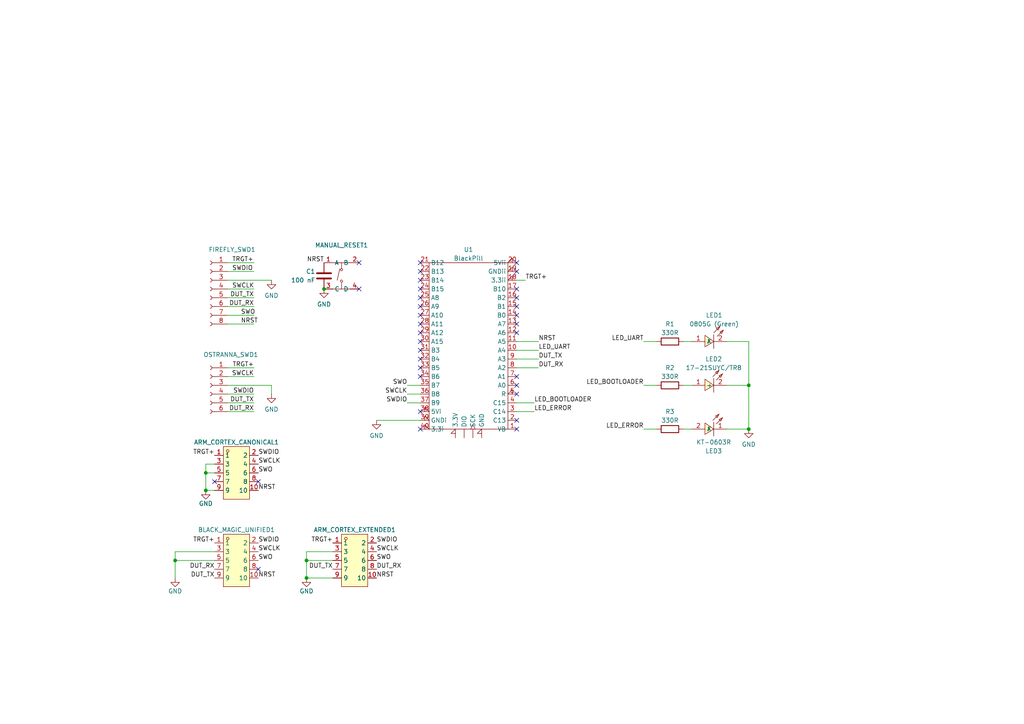
<source format=kicad_sch>
(kicad_sch (version 20230121) (generator eeschema)
  (paper "A4")
  (lib_symbols
    (symbol "Connector:Conn_01x06_Socket" (pin_names (offset 1.016) hide)
      (property "Reference" "J" (at 0 7.62 0))
      (property "Value" "Conn_01x06_Socket" (at 0 -10.16 0))
      (symbol "Conn_01x06_Socket_1_1"
        (arc (start 0 -7.112) (mid -0.5058 -7.62) (end 0 -8.128) (stroke (width 0.1524)))
        (arc (start 0 -4.572) (mid -0.5058 -5.08) (end 0 -5.588) (stroke (width 0.1524)))
        (arc (start 0 -2.032) (mid -0.5058 -2.54) (end 0 -3.048) (stroke (width 0.1524)))
        (polyline (pts (xy -1.27 -7.62) (xy -0.508 -7.62)) (stroke (width 0.1524)))
        (polyline (pts (xy -1.27 -5.08) (xy -0.508 -5.08)) (stroke (width 0.1524)))
        (polyline (pts (xy -1.27 -2.54) (xy -0.508 -2.54)) (stroke (width 0.1524)))
        (polyline (pts (xy -1.27 0) (xy -0.508 0)) (stroke (width 0.1524)))
        (polyline (pts (xy -1.27 2.54) (xy -0.508 2.54)) (stroke (width 0.1524)))
        (polyline (pts (xy -1.27 5.08) (xy -0.508 5.08)) (stroke (width 0.1524)))
        (arc (start 0 0.508) (mid -0.5058 0) (end 0 -0.508) (stroke (width 0.1524)))
        (arc (start 0 3.048) (mid -0.5058 2.54) (end 0 2.032) (stroke (width 0.1524)))
        (arc (start 0 5.588) (mid -0.5058 5.08) (end 0 4.572) (stroke (width 0.1524)))
        (pin passive line (at -5.08 5.08 0) (length 3.81) (name "Pin_1") (number "1"))
        (pin passive line (at -5.08 2.54 0) (length 3.81) (name "Pin_2") (number "2"))
        (pin passive line (at -5.08 0 0) (length 3.81) (name "Pin_3") (number "3"))
        (pin passive line (at -5.08 -2.54 0) (length 3.81) (name "Pin_4") (number "4"))
        (pin passive line (at -5.08 -5.08 0) (length 3.81) (name "Pin_5") (number "5"))
        (pin passive line (at -5.08 -7.62 0) (length 3.81) (name "Pin_6") (number "6"))
      )
    )
    (symbol "Connector:Conn_01x08_Female" (pin_names (offset 1.016) hide)
      (property "Reference" "J" (at 0 10.16 0))
      (property "Value" "Conn_01x08_Female" (at 0 -12.7 0))
      (symbol "Conn_01x08_Female_1_1"
        (arc (start 0 -9.652) (mid -0.5058 -10.16) (end 0 -10.668) (stroke (width 0.1524)))
        (arc (start 0 -7.112) (mid -0.5058 -7.62) (end 0 -8.128) (stroke (width 0.1524)))
        (arc (start 0 -4.572) (mid -0.5058 -5.08) (end 0 -5.588) (stroke (width 0.1524)))
        (arc (start 0 -2.032) (mid -0.5058 -2.54) (end 0 -3.048) (stroke (width 0.1524)))
        (polyline (pts (xy -1.27 -10.16) (xy -0.508 -10.16)) (stroke (width 0.1524)))
        (polyline (pts (xy -1.27 -7.62) (xy -0.508 -7.62)) (stroke (width 0.1524)))
        (polyline (pts (xy -1.27 -5.08) (xy -0.508 -5.08)) (stroke (width 0.1524)))
        (polyline (pts (xy -1.27 -2.54) (xy -0.508 -2.54)) (stroke (width 0.1524)))
        (polyline (pts (xy -1.27 0) (xy -0.508 0)) (stroke (width 0.1524)))
        (polyline (pts (xy -1.27 2.54) (xy -0.508 2.54)) (stroke (width 0.1524)))
        (polyline (pts (xy -1.27 5.08) (xy -0.508 5.08)) (stroke (width 0.1524)))
        (polyline (pts (xy -1.27 7.62) (xy -0.508 7.62)) (stroke (width 0.1524)))
        (arc (start 0 0.508) (mid -0.5058 0) (end 0 -0.508) (stroke (width 0.1524)))
        (arc (start 0 3.048) (mid -0.5058 2.54) (end 0 2.032) (stroke (width 0.1524)))
        (arc (start 0 5.588) (mid -0.5058 5.08) (end 0 4.572) (stroke (width 0.1524)))
        (arc (start 0 8.128) (mid -0.5058 7.62) (end 0 7.112) (stroke (width 0.1524)))
        (pin passive line (at -5.08 7.62 0) (length 3.81) (name "Pin_1") (number "1"))
        (pin passive line (at -5.08 5.08 0) (length 3.81) (name "Pin_2") (number "2"))
        (pin passive line (at -5.08 2.54 0) (length 3.81) (name "Pin_3") (number "3"))
        (pin passive line (at -5.08 0 0) (length 3.81) (name "Pin_4") (number "4"))
        (pin passive line (at -5.08 -2.54 0) (length 3.81) (name "Pin_5") (number "5"))
        (pin passive line (at -5.08 -5.08 0) (length 3.81) (name "Pin_6") (number "6"))
        (pin passive line (at -5.08 -7.62 0) (length 3.81) (name "Pin_7") (number "7"))
        (pin passive line (at -5.08 -10.16 0) (length 3.81) (name "Pin_8") (number "8"))
      )
    )
    (symbol "Ostranna:100 nF" (pin_numbers hide) (pin_names (offset 0.254))
      (property "Reference" "C" (at 0.635 2.54 0))
      (property "Value" "100 nF" (at 0.635 -2.54 0))
      (symbol "100 nF_0_1"
        (polyline (pts (xy -2.032 -0.762) (xy 2.032 -0.762)) (stroke (width 0.508)))
        (polyline (pts (xy -2.032 0.762) (xy 2.032 0.762)) (stroke (width 0.508)))
      )
      (symbol "100 nF_1_1"
        (pin passive line (at 0 3.81 270) (length 2.794) (name "~") (number "1"))
        (pin passive line (at 0 -3.81 90) (length 2.794) (name "~") (number "2"))
      )
    )
    (symbol "Ostranna:100R Resistor" (pin_numbers hide) (pin_names (offset 0))
      (property "Reference" "R" (at 2.032 0 90))
      (property "Value" "100R Resistor" (at 0 0 90))
      (symbol "100R Resistor_0_1"
        (rectangle (start -1.016 -2.54) (end 1.016 2.54) (stroke (width 0.254)))
      )
      (symbol "100R Resistor_1_1"
        (pin passive line (at 0 3.81 270) (length 1.27) (name "~") (number "1"))
        (pin passive line (at 0 -3.81 90) (length 1.27) (name "~") (number "2"))
      )
    )
    (symbol "Ostranna:BlackPill"
      (property "Reference" "U" (at 0 0 0))
      (property "Value" "BlackPill" (at 0 2.54 0))
      (symbol "BlackPill_0_1"
        (rectangle (start -11.43 24.13) (end 11.43 -24.13))
      )
      (symbol "BlackPill_1_1"
        (pin power_in input_low (at -3.81 -26.67 90) (length 2.54) (name "3.3V") (number ""))
        (pin bidirectional line (at -1.27 -26.67 90) (length 2.54) (name "DIO") (number ""))
        (pin power_in input_low (at 3.81 -26.67 90) (length 2.54) (name "GND") (number ""))
        (pin bidirectional clock (at 1.27 -26.67 90) (length 2.54) (name "SCK") (number ""))
        (pin bidirectional line (at 13.97 -24.13 180) (length 2.54) (name "VB") (number "1"))
        (pin bidirectional line (at 13.97 -1.27 180) (length 2.54) (name "A4") (number "10"))
        (pin bidirectional line (at 13.97 1.27 180) (length 2.54) (name "A5") (number "11"))
        (pin bidirectional line (at 13.97 3.81 180) (length 2.54) (name "A6") (number "12"))
        (pin bidirectional line (at 13.97 6.35 180) (length 2.54) (name "A7") (number "13"))
        (pin bidirectional line (at 13.97 8.89 180) (length 2.54) (name "B0") (number "14"))
        (pin bidirectional line (at 13.97 11.43 180) (length 2.54) (name "B1") (number "15"))
        (pin bidirectional line (at 13.97 13.97 180) (length 2.54) (name "B2") (number "16"))
        (pin bidirectional line (at 13.97 16.51 180) (length 2.54) (name "B10") (number "17"))
        (pin power_in input_low (at 13.97 19.05 180) (length 2.54) (name "3.3ii") (number "18"))
        (pin power_in input_low (at 13.97 21.59 180) (length 2.54) (name "GNDii") (number "19"))
        (pin bidirectional line (at 13.97 -21.59 180) (length 2.54) (name "C13") (number "2"))
        (pin power_in input_low (at 13.97 24.13 180) (length 2.54) (name "5Vii") (number "20"))
        (pin bidirectional line (at -13.97 24.13 0) (length 2.54) (name "B12") (number "21"))
        (pin bidirectional line (at -13.97 21.59 0) (length 2.54) (name "B13") (number "22"))
        (pin bidirectional line (at -13.97 19.05 0) (length 2.54) (name "B14") (number "23"))
        (pin bidirectional line (at -13.97 16.51 0) (length 2.54) (name "B15") (number "24"))
        (pin bidirectional line (at -13.97 13.97 0) (length 2.54) (name "A8") (number "25"))
        (pin bidirectional line (at -13.97 11.43 0) (length 2.54) (name "A9") (number "26"))
        (pin bidirectional line (at -13.97 8.89 0) (length 2.54) (name "A10") (number "27"))
        (pin bidirectional line (at -13.97 6.35 0) (length 2.54) (name "A11") (number "28"))
        (pin bidirectional line (at -13.97 3.81 0) (length 2.54) (name "A12") (number "29"))
        (pin bidirectional line (at 13.97 -19.05 180) (length 2.54) (name "C14") (number "3"))
        (pin bidirectional line (at -13.97 1.27 0) (length 2.54) (name "A15") (number "30"))
        (pin bidirectional line (at -13.97 -1.27 0) (length 2.54) (name "B3") (number "31"))
        (pin bidirectional line (at -13.97 -3.81 0) (length 2.54) (name "B4") (number "32"))
        (pin bidirectional line (at -13.97 -6.35 0) (length 2.54) (name "B5") (number "33"))
        (pin bidirectional line (at -13.97 -8.89 0) (length 2.54) (name "B6") (number "34"))
        (pin bidirectional line (at -13.97 -11.43 0) (length 2.54) (name "B7") (number "35"))
        (pin bidirectional line (at -13.97 -13.97 0) (length 2.54) (name "B8") (number "36"))
        (pin bidirectional line (at -13.97 -16.51 0) (length 2.54) (name "B9") (number "37"))
        (pin power_in input_low (at -13.97 -19.05 0) (length 2.54) (name "5Vi") (number "38"))
        (pin power_in input_low (at -13.97 -21.59 0) (length 2.54) (name "GNDi") (number "39"))
        (pin bidirectional line (at 13.97 -16.51 180) (length 2.54) (name "C15") (number "4"))
        (pin power_in input_low (at -13.97 -24.13 0) (length 2.54) (name "3.3i") (number "40"))
        (pin input input_low (at 13.97 -13.97 180) (length 2.54) (name "R") (number "5"))
        (pin bidirectional line (at 13.97 -11.43 180) (length 2.54) (name "A0") (number "6"))
        (pin bidirectional line (at 13.97 -8.89 180) (length 2.54) (name "A1") (number "7"))
        (pin bidirectional line (at 13.97 -6.35 180) (length 2.54) (name "A2") (number "8"))
        (pin bidirectional line (at 13.97 -3.81 180) (length 2.54) (name "A3") (number "9"))
      )
    )
    (symbol "easyeda2kicad:0805G(Green)"
      (property "Reference" "LED" (at 0 5.08 0))
      (property "Value" "0805G (Green)" (at 0 -5.08 0))
      (symbol "0805G(Green)_0_1"
        (polyline (pts (xy -2.29 1.52) (xy -4.06 3.3)))
        (polyline (pts (xy -1.27 2.03) (xy -1.27 -2.03)))
        (polyline (pts (xy -1.27 2.54) (xy -3.05 4.32)))
        (polyline (pts (xy -4.06 3.3) (xy -3.05 2.79) (xy -3.56 2.29) (xy -4.06 3.3)) (fill (type background)))
        (polyline (pts (xy -3.05 4.32) (xy -2.03 3.81) (xy -2.54 3.3) (xy -3.05 4.32)) (fill (type background)))
        (polyline (pts (xy 1.27 -1.52) (xy -1.27 0) (xy 1.27 1.78) (xy 1.27 -1.52)) (fill (type background)))
        (pin unspecified line (at 5.08 0 180) (length 3.81) (name "A") (number "1"))
        (pin unspecified line (at -5.08 0 0) (length 3.81) (name "K") (number "2"))
      )
    )
    (symbol "easyeda2kicad:17-21SUYC_TR8"
      (property "Reference" "LED" (at 0 5.08 0))
      (property "Value" "17-21SUYC/TR8" (at 0 -5.08 0))
      (symbol "17-21SUYC_TR8_0_1"
        (polyline (pts (xy -2.03 1.52) (xy -3.81 3.3)))
        (polyline (pts (xy -1.27 2.03) (xy -1.27 -2.03)))
        (polyline (pts (xy -1.02 2.54) (xy -2.79 4.32)))
        (polyline (pts (xy -3.81 3.3) (xy -2.79 2.79) (xy -3.3 2.29) (xy -3.81 3.3)) (fill (type background)))
        (polyline (pts (xy -2.79 4.32) (xy -1.78 3.81) (xy -2.29 3.3) (xy -2.79 4.32)) (fill (type background)))
        (polyline (pts (xy 1.27 -1.52) (xy -1.27 0) (xy 1.27 1.78) (xy 1.27 -1.52)) (fill (type background)))
        (pin unspecified line (at 5.08 0 180) (length 3.81) (name "+") (number "1"))
        (pin unspecified line (at -5.08 0 0) (length 3.81) (name "-") (number "2"))
      )
    )
    (symbol "easyeda2kicad:KH-1.27PH180-2X5P-L7.2-SMT"
      (property "Reference" "H" (at 0 10.16 0))
      (property "Value" "KH-1.27PH180-2X5P-L7.2-SMT" (at 0 -10.16 0))
      (symbol "KH-1.27PH180-2X5P-L7.2-SMT_0_1"
        (rectangle (start -3.81 7.62) (end 3.81 -7.62) (fill (type background)))
        (circle (center -2.54 6.35) (radius 0.38))
        (pin unspecified line (at -6.35 5.08 0) (length 2.54) (name "1") (number "1"))
        (pin unspecified line (at 6.35 -5.08 180) (length 2.54) (name "10") (number "10"))
        (pin unspecified line (at 6.35 5.08 180) (length 2.54) (name "2") (number "2"))
        (pin unspecified line (at -6.35 2.54 0) (length 2.54) (name "3") (number "3"))
        (pin unspecified line (at 6.35 2.54 180) (length 2.54) (name "4") (number "4"))
        (pin unspecified line (at -6.35 0 0) (length 2.54) (name "5") (number "5"))
        (pin unspecified line (at 6.35 0 180) (length 2.54) (name "6") (number "6"))
        (pin unspecified line (at -6.35 -2.54 0) (length 2.54) (name "7") (number "7"))
        (pin unspecified line (at 6.35 -2.54 180) (length 2.54) (name "8") (number "8"))
        (pin unspecified line (at -6.35 -5.08 0) (length 2.54) (name "9") (number "9"))
      )
    )
    (symbol "easyeda2kicad:KT-0603R"
      (property "Reference" "LED" (at 0 5.08 0))
      (property "Value" "KT-0603R" (at 0 -5.08 0))
      (symbol "KT-0603R_0_1"
        (polyline (pts (xy -2.03 1.52) (xy -3.81 3.3)))
        (polyline (pts (xy -1.27 2.03) (xy -1.27 -2.03)))
        (polyline (pts (xy -1.02 2.54) (xy -2.79 4.32)))
        (polyline (pts (xy -3.81 3.3) (xy -2.79 2.79) (xy -3.3 2.29) (xy -3.81 3.3)) (fill (type background)))
        (polyline (pts (xy -2.79 4.32) (xy -1.78 3.81) (xy -2.29 3.3) (xy -2.79 4.32)) (fill (type background)))
        (polyline (pts (xy 1.27 -1.52) (xy -1.27 0) (xy 1.27 1.78) (xy 1.27 -1.52)) (fill (type background)))
        (pin unspecified line (at -5.08 0 0) (length 3.81) (name "K") (number "1"))
        (pin unspecified line (at 5.08 0 180) (length 3.81) (name "A") (number "2"))
      )
    )
    (symbol "easyeda2kicad:TS-1187A-B-A-B"
      (property "Reference" "SW" (at 0 7.62 0))
      (property "Value" "TS-1187A-B-A-B" (at 0 -10.16 0))
      (symbol "TS-1187A-B-A-B_0_1"
        (circle (center 0 -2.79) (radius 0.32))
        (polyline (pts (xy -2.54 -5.08) (xy 2.54 -5.08)))
        (polyline (pts (xy -2.54 2.54) (xy 2.54 2.54)))
        (polyline (pts (xy -0.51 0.76) (xy -1.27 -2.54)))
        (polyline (pts (xy 0 -3.3) (xy 0 -5.08)))
        (polyline (pts (xy 0 0.76) (xy 0 2.54)))
        (circle (center 0 0.51) (radius 0.32))
        (pin unspecified line (at -5.08 2.54 0) (length 2.54) (name "A") (number "1"))
        (pin unspecified line (at 5.08 2.54 180) (length 2.54) (name "B") (number "2"))
        (pin unspecified line (at -5.08 -5.08 0) (length 2.54) (name "C") (number "3"))
        (pin unspecified line (at 5.08 -5.08 180) (length 2.54) (name "D") (number "4"))
      )
    )
    (symbol "power:GND" (power) (pin_names (offset 0))
      (property "Value" "GND" (at 0 -3.81 0))
      (symbol "GND_0_1"
        (polyline (pts (xy 0 0) (xy 0 -1.27) (xy 1.27 -1.27) (xy 0 -2.54) (xy -1.27 -1.27) (xy 0 -1.27)))
      )
      (symbol "GND_1_1"
        (pin power_in line (at 0 0 270) (length 0) hide (name "GND") (number "1"))
      )
    )
  )
  (junction (at 59.69 142.24))
  (junction (at 50.8 162.56))
  (junction (at 217.17 124.46))
  (junction (at 88.9 162.56))
  (junction (at 88.9 167.64))
  (junction (at 59.69 137.16))
  (junction (at 217.17 111.76))
  (junction (at 93.98 83.82))
  (no_connect (at 149.86 109.22))
  (no_connect (at 121.92 93.98))
  (no_connect (at 149.86 121.92))
  (no_connect (at 121.92 99.06))
  (no_connect (at 149.86 86.36))
  (no_connect (at 121.92 101.6))
  (no_connect (at 149.86 83.82))
  (no_connect (at 121.92 124.46))
  (no_connect (at 121.92 119.38))
  (no_connect (at 121.92 83.82))
  (no_connect (at 104.14 76.2))
  (no_connect (at 62.23 139.7))
  (no_connect (at 149.86 96.52))
  (no_connect (at 121.92 81.28))
  (no_connect (at 121.92 91.44))
  (no_connect (at 74.93 139.7))
  (no_connect (at 104.14 83.82))
  (no_connect (at 121.92 78.74))
  (no_connect (at 149.86 114.3))
  (no_connect (at 149.86 111.76))
  (no_connect (at 149.86 91.44))
  (no_connect (at 121.92 109.22))
  (no_connect (at 149.86 78.74))
  (no_connect (at 149.86 93.98))
  (no_connect (at 121.92 86.36))
  (no_connect (at 121.92 76.2))
  (no_connect (at 149.86 76.2))
  (no_connect (at 121.92 88.9))
  (no_connect (at 121.92 104.14))
  (no_connect (at 149.86 124.46))
  (no_connect (at 121.92 106.68))
  (no_connect (at 149.86 88.9))
  (no_connect (at 74.93 165.1))
  (no_connect (at 121.92 96.52))
  (wire (pts (xy 66.04 76.2) (xy 73.66 76.2)))
  (wire (pts (xy 210.82 99.06) (xy 217.17 99.06)))
  (wire (pts (xy 62.23 134.62) (xy 59.69 134.62)))
  (wire (pts (xy 66.04 93.98) (xy 73.66 93.98)))
  (wire (pts (xy 118.11 114.3) (xy 121.92 114.3)))
  (wire (pts (xy 66.04 83.82) (xy 73.66 83.82)))
  (wire (pts (xy 149.86 99.06) (xy 156.21 99.06)))
  (wire (pts (xy 66.04 86.36) (xy 73.66 86.36)))
  (wire (pts (xy 96.52 160.02) (xy 88.9 160.02)))
  (wire (pts (xy 217.17 124.46) (xy 210.82 124.46)))
  (wire (pts (xy 149.86 101.6) (xy 156.21 101.6)))
  (wire (pts (xy 149.86 104.14) (xy 156.21 104.14)))
  (wire (pts (xy 190.5 99.06) (xy 186.69 99.06)))
  (wire (pts (xy 66.04 91.44) (xy 73.66 91.44)))
  (wire (pts (xy 152.4 81.28) (xy 149.86 81.28)))
  (wire (pts (xy 198.12 111.76) (xy 200.66 111.76)))
  (wire (pts (xy 217.17 111.76) (xy 217.17 124.46)))
  (wire (pts (xy 149.86 106.68) (xy 156.21 106.68)))
  (wire (pts (xy 66.04 109.22) (xy 73.66 109.22)))
  (wire (pts (xy 149.86 116.84) (xy 154.94 116.84)))
  (wire (pts (xy 62.23 160.02) (xy 50.8 160.02)))
  (wire (pts (xy 149.86 119.38) (xy 154.94 119.38)))
  (wire (pts (xy 50.8 162.56) (xy 62.23 162.56)))
  (wire (pts (xy 88.9 160.02) (xy 88.9 162.56)))
  (wire (pts (xy 59.69 134.62) (xy 59.69 137.16)))
  (wire (pts (xy 198.12 99.06) (xy 200.66 99.06)))
  (wire (pts (xy 190.5 124.46) (xy 186.69 124.46)))
  (wire (pts (xy 118.11 111.76) (xy 121.92 111.76)))
  (wire (pts (xy 50.8 167.64) (xy 50.8 162.56)))
  (wire (pts (xy 96.52 167.64) (xy 88.9 167.64)))
  (wire (pts (xy 66.04 81.28) (xy 78.74 81.28)))
  (wire (pts (xy 66.04 119.38) (xy 73.66 119.38)))
  (wire (pts (xy 210.82 111.76) (xy 217.17 111.76)))
  (wire (pts (xy 118.11 116.84) (xy 121.92 116.84)))
  (wire (pts (xy 59.69 137.16) (xy 62.23 137.16)))
  (wire (pts (xy 198.12 124.46) (xy 200.66 124.46)))
  (wire (pts (xy 59.69 142.24) (xy 59.69 137.16)))
  (wire (pts (xy 109.22 121.92) (xy 121.92 121.92)))
  (wire (pts (xy 62.23 142.24) (xy 59.69 142.24)))
  (wire (pts (xy 66.04 114.3) (xy 73.66 114.3)))
  (wire (pts (xy 88.9 167.64) (xy 88.9 162.56)))
  (wire (pts (xy 66.04 78.74) (xy 73.66 78.74)))
  (wire (pts (xy 66.04 88.9) (xy 73.66 88.9)))
  (wire (pts (xy 66.04 116.84) (xy 73.66 116.84)))
  (wire (pts (xy 190.5 111.76) (xy 186.69 111.76)))
  (wire (pts (xy 66.04 106.68) (xy 73.66 106.68)))
  (wire (pts (xy 88.9 162.56) (xy 96.52 162.56)))
  (wire (pts (xy 217.17 99.06) (xy 217.17 111.76)))
  (wire (pts (xy 78.74 111.76) (xy 78.74 114.3)))
  (wire (pts (xy 66.04 111.76) (xy 78.74 111.76)))
  (wire (pts (xy 50.8 160.02) (xy 50.8 162.56)))
  (label "SWCLK" (at 74.93 160.02 0))
  (label "NRST" (at 109.22 167.64 0))
  (label "DUT_RX" (at 109.22 165.1 0))
  (label "SWDIO" (at 67.31 78.74 0))
  (label "SWCLK" (at 67.31 83.82 0))
  (label "DUT_TX" (at 62.23 167.64 180))
  (label "TRGT+" (at 73.66 106.68 180))
  (label "SWDIO" (at 73.66 114.3 180))
  (label "SWDIO" (at 109.22 157.48 0))
  (label "NRST" (at 69.85 93.98 0))
  (label "TRGT+" (at 62.23 132.08 180))
  (label "SWO" (at 69.85 91.44 0))
  (label "NRST" (at 93.98 76.2 180))
  (label "SWO" (at 74.93 162.56 0))
  (label "DUT_RX" (at 62.23 165.1 180))
  (label "DUT_RX" (at 73.66 119.38 180))
  (label "TRGT+" (at 152.4 81.28 0))
  (label "LED_UART" (at 156.21 101.6 0))
  (label "LED_ERROR" (at 186.69 124.46 180))
  (label "TRGT+" (at 67.31 76.2 0))
  (label "DUT_RX" (at 73.66 88.9 180))
  (label "SWCLK" (at 74.93 134.62 0))
  (label "SWCLK" (at 109.22 160.02 0))
  (label "LED_ERROR" (at 154.94 119.38 0))
  (label "TRGT+" (at 96.52 157.48 180))
  (label "NRST" (at 156.21 99.06 0))
  (label "TRGT+" (at 62.23 157.48 180))
  (label "LED_UART" (at 186.69 99.06 180))
  (label "DUT_TX" (at 96.52 165.1 180))
  (label "SWDIO" (at 74.93 157.48 0))
  (label "DUT_TX" (at 156.21 104.14 0))
  (label "LED_BOOTLOADER" (at 154.94 116.84 0))
  (label "NRST" (at 74.93 142.24 0))
  (label "LED_BOOTLOADER" (at 186.69 111.76 180))
  (label "SWO" (at 109.22 162.56 0))
  (label "NRST" (at 74.93 167.64 0))
  (label "SWO" (at 74.93 137.16 0))
  (label "DUT_TX" (at 73.66 116.84 180))
  (label "SWDIO" (at 118.11 116.84 180))
  (label "SWDIO" (at 74.93 132.08 0))
  (label "DUT_TX" (at 73.66 86.36 180))
  (label "SWCLK" (at 118.11 114.3 180))
  (label "DUT_RX" (at 156.21 106.68 0))
  (label "SWO" (at 118.11 111.76 180))
  (label "SWCLK" (at 73.66 109.22 180))
  (symbol (lib_id "easyeda2kicad:KT-0603R") (at 205.74 124.46 0) (mirror y) (unit 1)
    (property "Reference" "LED3" (at 207.01 130.81 0))
    (property "Value" "KT-0603R" (at 207.01 128.27 0))
    (property "Footprint" "easyeda2kicad:LED0603-RD" (effects hide))
    (property "Datasheet" "https://lcsc.com/product-detail/Light-Emitting-Diodes-LED_Red-LED-0603_C2286.html" (effects hide))
    (property "LCSC Part" "C2286" (effects hide))
  )
  (symbol (lib_id "easyeda2kicad:0805G(Green)") (at 205.74 99.06 0) (mirror y) (unit 1)
    (property "Reference" "LED1" (at 207.135 91.44 0))
    (property "Value" "0805G (Green)" (at 207.135 93.98 0))
    (property "Footprint" "easyeda2kicad:LED0805-R-RD" (effects hide))
    (property "Datasheet" "https://lcsc.com/product-detail/Light-Emitting-Diodes-LED_Green-0805-Highlighted_C2297.html" (effects hide))
    (property "Manufacturer" "KENTO" (effects hide))
    (property "LCSC Part" "C2297" (effects hide))
    (property "JLC Part" "Basic Part" (effects hide))
  )
  (symbol (lib_id "Ostranna:100R Resistor") (at 194.31 124.46 270) (mirror x) (unit 1)
    (property "Reference" "R3" (at 194.31 119.38 90))
    (property "Value" "330R" (at 194.31 121.92 90))
    (property "Footprint" "Resistor_SMD:R_0603_1608Metric" (effects hide))
    (property "LCSC" "C22775" (effects hide))
  )
  (symbol (lib_id "easyeda2kicad:17-21SUYC_TR8") (at 205.74 111.76 0) (mirror y) (unit 1)
    (property "Reference" "LED2" (at 207.01 104.14 0))
    (property "Value" "17-21SUYC/TR8" (at 207.01 106.68 0))
    (property "Footprint" "easyeda2kicad:LED0805-R-RD" (effects hide))
    (property "Datasheet" "https://lcsc.com/product-detail/Light-Emitting-Diodes-LED_Yellow-light-0805-Highlighted_C2296.html" (effects hide))
    (property "LCSC Part" "C2296" (effects hide))
  )
  (symbol (lib_id "easyeda2kicad:TS-1187A-B-A-B") (at 99.06 78.74 0) (unit 1)
    (property "Reference" "MANUAL_RESET1" (at 99.06 71.12 0))
    (property "Value" "TS-1187A-B-A-B" (effects hide))
    (property "Footprint" "easyeda2kicad:SW-SMD_4P-L5.1-W5.1-P3.70-LS6.5-TL-2" (effects hide))
    (property "Datasheet" "https://lcsc.com/product-detail/Tactile-Switches_XKB-Enterprise-TS-1187-B-A-A_C318884.html" (effects hide))
    (property "Manufacturer" "XKB Connectivity(中国星坤)" (effects hide))
    (property "LCSC Part" "C318884" (effects hide))
    (property "JLC Part" "Basic Part" (effects hide))
  )
  (symbol (lib_id "Ostranna:100R Resistor") (at 194.31 99.06 270) (mirror x) (unit 1)
    (property "Reference" "R1" (at 194.31 93.98 90))
    (property "Value" "330R" (at 194.31 96.52 90))
    (property "Footprint" "Resistor_SMD:R_0603_1608Metric" (effects hide))
    (property "LCSC" "C22775" (effects hide))
  )
  (symbol (lib_id "power:GND") (at 217.17 124.46 0) (unit 1)
    (property "Reference" "#PWR07" (effects hide))
    (property "Value" "GND" (at 217.17 128.9034 0))
  )
  (symbol (lib_id "power:GND") (at 78.74 114.3 0) (unit 1)
    (property "Reference" "#PWR01" (effects hide))
    (property "Value" "GND" (at 78.74 118.7434 0))
  )
  (symbol (lib_id "power:GND") (at 93.98 83.82 0) (unit 1)
    (property "Reference" "#PWR08" (effects hide))
    (property "Value" "GND" (at 93.98 88.2634 0))
  )
  (symbol (lib_id "easyeda2kicad:KH-1.27PH180-2X5P-L7.2-SMT") (at 68.58 137.16 0) (unit 1)
    (property "Reference" "ARM_CORTEX_CANONICAL1" (at 68.58 128.27 0))
    (property "Value" "KH-1.27PH180-2X5P-L7.2-SMT" (effects hide))
    (property "Footprint" "easyeda2kicad:HDR-SMD_10P-P1.27-V-M-R2-C5-LS5.5" (effects hide))
    (property "Manufacturer" "kinghelm(金航标)" (effects hide))
    (property "LCSC Part" "C4943297" (effects hide))
    (property "JLC Part" "Extended Part" (effects hide))
  )
  (symbol (lib_id "power:GND") (at 109.22 121.92 0) (unit 1)
    (property "Reference" "#PWR03" (effects hide))
    (property "Value" "GND" (at 109.22 126.3634 0))
  )
  (symbol (lib_id "power:GND") (at 59.69 142.24 0) (unit 1)
    (property "Reference" "#PWR04" (effects hide))
    (property "Value" "GND" (at 59.69 146.05 0))
  )
  (symbol (lib_id "Ostranna:100R Resistor") (at 194.31 111.76 270) (mirror x) (unit 1)
    (property "Reference" "R2" (at 194.31 106.68 90))
    (property "Value" "330R" (at 194.31 109.22 90))
    (property "Footprint" "Resistor_SMD:R_0603_1608Metric" (effects hide))
    (property "LCSC" "C22775" (effects hide))
  )
  (symbol (lib_id "easyeda2kicad:KH-1.27PH180-2X5P-L7.2-SMT") (at 68.58 162.56 0) (unit 1)
    (property "Reference" "BLACK_MAGIC_UNIFIED1" (at 68.58 153.67 0))
    (property "Value" "KH-1.27PH180-2X5P-L7.2-SMT" (effects hide))
    (property "Footprint" "easyeda2kicad:HDR-SMD_10P-P1.27-V-M-R2-C5-LS5.5" (effects hide))
    (property "Manufacturer" "kinghelm(金航标)" (effects hide))
    (property "LCSC Part" "C4943297" (effects hide))
    (property "JLC Part" "Extended Part" (effects hide))
  )
  (symbol (lib_id "Connector:Conn_01x06_Socket") (at 60.96 111.76 0) (mirror y) (unit 1)
    (property "Reference" "OSTRANNA_SWD1" (at 74.93 102.87 0) (effects (justify left)))
    (property "Value" "Conn_01x06_Socket" (effects hide))
    (property "Footprint" "Connector_PinSocket_2.54mm:PinSocket_1x06_P2.54mm_Vertical" (effects hide))
  )
  (symbol (lib_id "Ostranna:100 nF") (at 93.98 80.01 0) (mirror y) (unit 1)
    (property "Reference" "C1" (at 91.44 78.74 0) (effects (justify left)))
    (property "Value" "100 nF" (at 91.44 81.28 0) (effects (justify left)))
    (property "Footprint" "Capacitor_SMD:C_0402_1005Metric" (effects hide))
    (property "LCSC" "C1525" (effects hide))
    (property "LCSC type" "Basic" (effects hide))
  )
  (symbol (lib_id "easyeda2kicad:KH-1.27PH180-2X5P-L7.2-SMT") (at 102.87 162.56 0) (unit 1)
    (property "Reference" "ARM_CORTEX_EXTENDED1" (at 102.87 153.67 0))
    (property "Value" "KH-1.27PH180-2X5P-L7.2-SMT" (effects hide))
    (property "Footprint" "easyeda2kicad:HDR-SMD_10P-P1.27-V-M-R2-C5-LS5.5" (effects hide))
    (property "Manufacturer" "kinghelm(金航标)" (effects hide))
    (property "LCSC Part" "C4943297" (effects hide))
    (property "JLC Part" "Extended Part" (effects hide))
  )
  (symbol (lib_id "power:GND") (at 78.74 81.28 0) (unit 1)
    (property "Reference" "#PWR02" (effects hide))
    (property "Value" "GND" (at 78.74 85.7234 0))
  )
  (symbol (lib_id "Connector:Conn_01x08_Female") (at 60.96 83.82 0) (mirror y) (unit 1)
    (property "Reference" "FIREFLY_SWD1" (at 67.31 72.39 0))
    (property "Value" "Conn_01x08_Female" (effects hide))
    (property "Footprint" "Connector_PinSocket_2.54mm:PinSocket_2x04_P2.54mm_Vertical" (effects hide))
  )
  (symbol (lib_id "Ostranna:BlackPill") (at 135.89 100.33 0) (unit 1)
    (property "Reference" "U1" (at 135.89 72.39 0))
    (property "Value" "BlackPill" (at 135.89 74.93 0))
    (property "Footprint" "Package_DIP:DIP-40_W15.24mm_Socket" (effects hide))
    (property "Datasheet" "https://github.com/WeActStudio/WeActStudio.MiniSTM32F4x1" (effects hide))
  )
  (symbol (lib_id "power:GND") (at 50.8 167.64 0) (unit 1)
    (property "Reference" "#PWR06" (effects hide))
    (property "Value" "GND" (at 50.8 171.45 0))
  )
  (symbol (lib_id "power:GND") (at 88.9 167.64 0) (unit 1)
    (property "Reference" "#PWR05" (effects hide))
    (property "Value" "GND" (at 88.9 171.45 0))
  )
)
</source>
